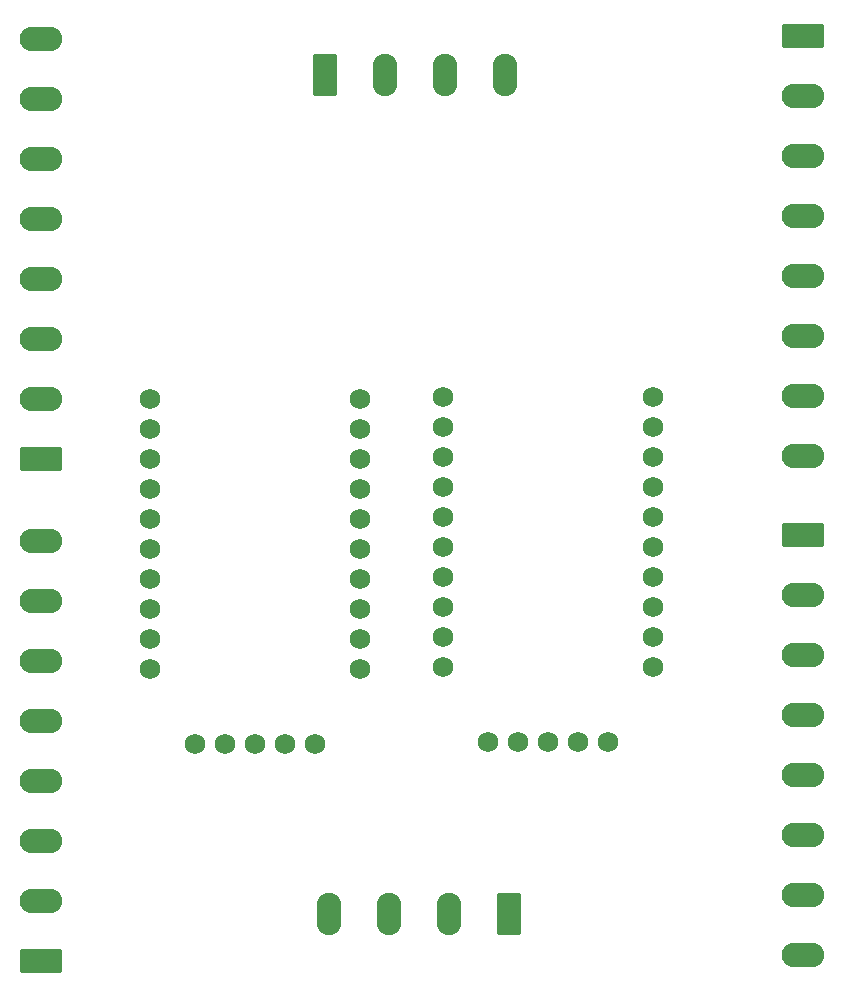
<source format=gbr>
%TF.GenerationSoftware,KiCad,Pcbnew,9.0.6*%
%TF.CreationDate,2026-02-03T15:59:12-08:00*%
%TF.ProjectId,PCF8575_Breakout,50434638-3537-4355-9f42-7265616b6f75,rev?*%
%TF.SameCoordinates,Original*%
%TF.FileFunction,Soldermask,Top*%
%TF.FilePolarity,Negative*%
%FSLAX46Y46*%
G04 Gerber Fmt 4.6, Leading zero omitted, Abs format (unit mm)*
G04 Created by KiCad (PCBNEW 9.0.6) date 2026-02-03 15:59:12*
%MOMM*%
%LPD*%
G01*
G04 APERTURE LIST*
G04 Aperture macros list*
%AMRoundRect*
0 Rectangle with rounded corners*
0 $1 Rounding radius*
0 $2 $3 $4 $5 $6 $7 $8 $9 X,Y pos of 4 corners*
0 Add a 4 corners polygon primitive as box body*
4,1,4,$2,$3,$4,$5,$6,$7,$8,$9,$2,$3,0*
0 Add four circle primitives for the rounded corners*
1,1,$1+$1,$2,$3*
1,1,$1+$1,$4,$5*
1,1,$1+$1,$6,$7*
1,1,$1+$1,$8,$9*
0 Add four rect primitives between the rounded corners*
20,1,$1+$1,$2,$3,$4,$5,0*
20,1,$1+$1,$4,$5,$6,$7,0*
20,1,$1+$1,$6,$7,$8,$9,0*
20,1,$1+$1,$8,$9,$2,$3,0*%
G04 Aperture macros list end*
%ADD10C,1.734000*%
%ADD11RoundRect,0.249999X-1.550001X0.790001X-1.550001X-0.790001X1.550001X-0.790001X1.550001X0.790001X0*%
%ADD12O,3.600000X2.080000*%
%ADD13RoundRect,0.249999X1.550001X-0.790001X1.550001X0.790001X-1.550001X0.790001X-1.550001X-0.790001X0*%
%ADD14RoundRect,0.249999X-0.790001X-1.550001X0.790001X-1.550001X0.790001X1.550001X-0.790001X1.550001X0*%
%ADD15O,2.080000X3.600000*%
%ADD16RoundRect,0.249999X0.790001X1.550001X-0.790001X1.550001X-0.790001X-1.550001X0.790001X-1.550001X0*%
G04 APERTURE END LIST*
D10*
%TO.C,U3*%
X137530000Y-109650000D03*
X141340000Y-116000000D03*
X155310000Y-109650000D03*
X151500000Y-116000000D03*
X155310000Y-104570000D03*
X155310000Y-102030000D03*
X155310000Y-99490000D03*
X155310000Y-96950000D03*
X155310000Y-94410000D03*
X155310000Y-91870000D03*
X155310000Y-89330000D03*
X155310000Y-86790000D03*
X137530000Y-86790000D03*
X137530000Y-89330000D03*
X137530000Y-91870000D03*
X137530000Y-94410000D03*
X137530000Y-96950000D03*
X137530000Y-99490000D03*
X137530000Y-102030000D03*
X137530000Y-104570000D03*
X148960000Y-116000000D03*
X146420000Y-116000000D03*
X143880000Y-116000000D03*
X137530000Y-107110000D03*
X155310000Y-107110000D03*
%TD*%
D11*
%TO.C,J6*%
X168000000Y-98420000D03*
D12*
X168000000Y-103500000D03*
X168000000Y-108580000D03*
X168000000Y-113660000D03*
X168000000Y-118740000D03*
X168000000Y-123820000D03*
X168000000Y-128900000D03*
X168000000Y-133980000D03*
%TD*%
D13*
%TO.C,J2*%
X103500000Y-134500000D03*
D12*
X103500000Y-129420000D03*
X103500000Y-124340000D03*
X103500000Y-119260000D03*
X103500000Y-114180000D03*
X103500000Y-109100000D03*
X103500000Y-104020000D03*
X103500000Y-98940000D03*
%TD*%
D11*
%TO.C,J5*%
X168000000Y-56180000D03*
D12*
X168000000Y-61260000D03*
X168000000Y-66340000D03*
X168000000Y-71420000D03*
X168000000Y-76500000D03*
X168000000Y-81580000D03*
X168000000Y-86660000D03*
X168000000Y-91740000D03*
%TD*%
D13*
%TO.C,J1*%
X103500000Y-92000000D03*
D12*
X103500000Y-86920000D03*
X103500000Y-81840000D03*
X103500000Y-76760000D03*
X103500000Y-71680000D03*
X103500000Y-66600000D03*
X103500000Y-61520000D03*
X103500000Y-56440000D03*
%TD*%
D14*
%TO.C,J4*%
X127500000Y-59500000D03*
D15*
X132580000Y-59500000D03*
X137660000Y-59500000D03*
X142740000Y-59500000D03*
%TD*%
D10*
%TO.C,U1*%
X112720000Y-109740000D03*
X116530000Y-116090000D03*
X130500000Y-109740000D03*
X126690000Y-116090000D03*
X130500000Y-104660000D03*
X130500000Y-102120000D03*
X130500000Y-99580000D03*
X130500000Y-97040000D03*
X130500000Y-94500000D03*
X130500000Y-91960000D03*
X130500000Y-89420000D03*
X130500000Y-86880000D03*
X112720000Y-86880000D03*
X112720000Y-89420000D03*
X112720000Y-91960000D03*
X112720000Y-94500000D03*
X112720000Y-97040000D03*
X112720000Y-99580000D03*
X112720000Y-102120000D03*
X112720000Y-104660000D03*
X124150000Y-116090000D03*
X121610000Y-116090000D03*
X119070000Y-116090000D03*
X112720000Y-107200000D03*
X130500000Y-107200000D03*
%TD*%
D16*
%TO.C,J8*%
X143080000Y-130500000D03*
D15*
X138000000Y-130500000D03*
X132920000Y-130500000D03*
X127840000Y-130500000D03*
%TD*%
M02*

</source>
